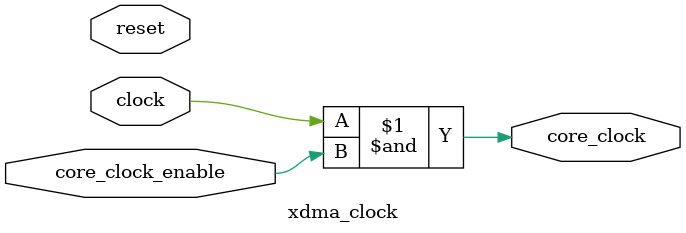
<source format=v>
/***************************************************************************************
* Copyright (c) 2025 Beijing Institute of Open Source Chip (BOSC)
* Copyright (c) 2020-2025 Institute of Computing Technology, Chinese Academy of Sciences
*
* DiffTest is licensed under Mulan PSL v2.
* You can use this software according to the terms and conditions of the Mulan PSL v2.
* You may obtain a copy of Mulan PSL v2 at:
*          http://license.coscl.org.cn/MulanPSL2
*
* THIS SOFTWARE IS PROVIDED ON AN "AS IS" BASIS, WITHOUT WARRANTIES OF ANY KIND,
* EITHER EXPRESS OR IMPLIED, INCLUDING BUT NOT LIMITED TO NON-INFRINGEMENT,
* MERCHANTABILITY OR FIT FOR A PARTICULAR PURPOSE.
*
* See the Mulan PSL v2 for more details.
***************************************************************************************/
module xdma_clock(
  input clock,
  input reset,
  input core_clock_enable,
  output core_clock
);

`ifdef ASYNC_CLK_2N
// core_clock = clock / (2 * ASYNC_CLK_2N)
reg core_clock_r;
reg [7:0] clk_cnt;
initial begin
  core_clock_r = 0;
  clk_cnt = 0;
end
always @(posedge clock) begin
  if (clk_cnt == `ASYNC_CLK_2N - 1) begin
    clk_cnt <= 0;
    core_clock_r <= ~core_clock_r;
  end
  else begin
    clk_cnt <= clk_cnt + 1;
  end
end
assign core_clock = core_clock_r & core_clock_enable;
`else
assign core_clock = clock & core_clock_enable;
`endif // ASYNC_CLK_2N
endmodule

</source>
